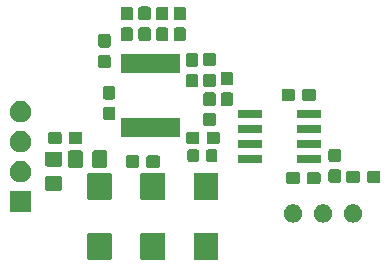
<source format=gbr>
G04 #@! TF.GenerationSoftware,KiCad,Pcbnew,5.1.5+dfsg1-2build2*
G04 #@! TF.CreationDate,2021-10-19T23:33:07+01:00*
G04 #@! TF.ProjectId,radiation_sensor,72616469-6174-4696-9f6e-5f73656e736f,rev?*
G04 #@! TF.SameCoordinates,Original*
G04 #@! TF.FileFunction,Soldermask,Top*
G04 #@! TF.FilePolarity,Negative*
%FSLAX46Y46*%
G04 Gerber Fmt 4.6, Leading zero omitted, Abs format (unit mm)*
G04 Created by KiCad (PCBNEW 5.1.5+dfsg1-2build2) date 2021-10-19 23:33:07*
%MOMM*%
%LPD*%
G04 APERTURE LIST*
%ADD10C,0.100000*%
G04 APERTURE END LIST*
D10*
G36*
X139514852Y-75392840D02*
G01*
X139546443Y-75402423D01*
X139575557Y-75417985D01*
X139601074Y-75438926D01*
X139622015Y-75464443D01*
X139637577Y-75493557D01*
X139647160Y-75525148D01*
X139651000Y-75564140D01*
X139651000Y-77515860D01*
X139647160Y-77554852D01*
X139637577Y-77586443D01*
X139622015Y-77615557D01*
X139601074Y-77641074D01*
X139575557Y-77662015D01*
X139546443Y-77677577D01*
X139514852Y-77687160D01*
X139475860Y-77691000D01*
X137724140Y-77691000D01*
X137685148Y-77687160D01*
X137653557Y-77677577D01*
X137624443Y-77662015D01*
X137598926Y-77641074D01*
X137577985Y-77615557D01*
X137562423Y-77586443D01*
X137552840Y-77554852D01*
X137549000Y-77515860D01*
X137549000Y-75564140D01*
X137552840Y-75525148D01*
X137562423Y-75493557D01*
X137577985Y-75464443D01*
X137598926Y-75438926D01*
X137624443Y-75417985D01*
X137653557Y-75402423D01*
X137685148Y-75392840D01*
X137724140Y-75389000D01*
X139475860Y-75389000D01*
X139514852Y-75392840D01*
G37*
G36*
X135014852Y-75392840D02*
G01*
X135046443Y-75402423D01*
X135075557Y-75417985D01*
X135101074Y-75438926D01*
X135122015Y-75464443D01*
X135137577Y-75493557D01*
X135147160Y-75525148D01*
X135151000Y-75564140D01*
X135151000Y-77515860D01*
X135147160Y-77554852D01*
X135137577Y-77586443D01*
X135122015Y-77615557D01*
X135101074Y-77641074D01*
X135075557Y-77662015D01*
X135046443Y-77677577D01*
X135014852Y-77687160D01*
X134975860Y-77691000D01*
X133224140Y-77691000D01*
X133185148Y-77687160D01*
X133153557Y-77677577D01*
X133124443Y-77662015D01*
X133098926Y-77641074D01*
X133077985Y-77615557D01*
X133062423Y-77586443D01*
X133052840Y-77554852D01*
X133049000Y-77515860D01*
X133049000Y-75564140D01*
X133052840Y-75525148D01*
X133062423Y-75493557D01*
X133077985Y-75464443D01*
X133098926Y-75438926D01*
X133124443Y-75417985D01*
X133153557Y-75402423D01*
X133185148Y-75392840D01*
X133224140Y-75389000D01*
X134975860Y-75389000D01*
X135014852Y-75392840D01*
G37*
G36*
X130514852Y-75392840D02*
G01*
X130546443Y-75402423D01*
X130575557Y-75417985D01*
X130601074Y-75438926D01*
X130622015Y-75464443D01*
X130637577Y-75493557D01*
X130647160Y-75525148D01*
X130651000Y-75564140D01*
X130651000Y-77515860D01*
X130647160Y-77554852D01*
X130637577Y-77586443D01*
X130622015Y-77615557D01*
X130601074Y-77641074D01*
X130575557Y-77662015D01*
X130546443Y-77677577D01*
X130514852Y-77687160D01*
X130475860Y-77691000D01*
X128724140Y-77691000D01*
X128685148Y-77687160D01*
X128653557Y-77677577D01*
X128624443Y-77662015D01*
X128598926Y-77641074D01*
X128577985Y-77615557D01*
X128562423Y-77586443D01*
X128552840Y-77554852D01*
X128549000Y-77515860D01*
X128549000Y-75564140D01*
X128552840Y-75525148D01*
X128562423Y-75493557D01*
X128577985Y-75464443D01*
X128598926Y-75438926D01*
X128624443Y-75417985D01*
X128653557Y-75402423D01*
X128685148Y-75392840D01*
X128724140Y-75389000D01*
X130475860Y-75389000D01*
X130514852Y-75392840D01*
G37*
G36*
X148635589Y-72988876D02*
G01*
X148734893Y-73008629D01*
X148875206Y-73066748D01*
X149001484Y-73151125D01*
X149108875Y-73258516D01*
X149193252Y-73384794D01*
X149251371Y-73525107D01*
X149281000Y-73674063D01*
X149281000Y-73825937D01*
X149251371Y-73974893D01*
X149193252Y-74115206D01*
X149108875Y-74241484D01*
X149001484Y-74348875D01*
X148875206Y-74433252D01*
X148734893Y-74491371D01*
X148635589Y-74511124D01*
X148585938Y-74521000D01*
X148434062Y-74521000D01*
X148384411Y-74511124D01*
X148285107Y-74491371D01*
X148144794Y-74433252D01*
X148018516Y-74348875D01*
X147911125Y-74241484D01*
X147826748Y-74115206D01*
X147768629Y-73974893D01*
X147739000Y-73825937D01*
X147739000Y-73674063D01*
X147768629Y-73525107D01*
X147826748Y-73384794D01*
X147911125Y-73258516D01*
X148018516Y-73151125D01*
X148144794Y-73066748D01*
X148285107Y-73008629D01*
X148384411Y-72988876D01*
X148434062Y-72979000D01*
X148585938Y-72979000D01*
X148635589Y-72988876D01*
G37*
G36*
X146095589Y-72988876D02*
G01*
X146194893Y-73008629D01*
X146335206Y-73066748D01*
X146461484Y-73151125D01*
X146568875Y-73258516D01*
X146653252Y-73384794D01*
X146711371Y-73525107D01*
X146741000Y-73674063D01*
X146741000Y-73825937D01*
X146711371Y-73974893D01*
X146653252Y-74115206D01*
X146568875Y-74241484D01*
X146461484Y-74348875D01*
X146335206Y-74433252D01*
X146194893Y-74491371D01*
X146095589Y-74511124D01*
X146045938Y-74521000D01*
X145894062Y-74521000D01*
X145844411Y-74511124D01*
X145745107Y-74491371D01*
X145604794Y-74433252D01*
X145478516Y-74348875D01*
X145371125Y-74241484D01*
X145286748Y-74115206D01*
X145228629Y-73974893D01*
X145199000Y-73825937D01*
X145199000Y-73674063D01*
X145228629Y-73525107D01*
X145286748Y-73384794D01*
X145371125Y-73258516D01*
X145478516Y-73151125D01*
X145604794Y-73066748D01*
X145745107Y-73008629D01*
X145844411Y-72988876D01*
X145894062Y-72979000D01*
X146045938Y-72979000D01*
X146095589Y-72988876D01*
G37*
G36*
X151175589Y-72988876D02*
G01*
X151274893Y-73008629D01*
X151415206Y-73066748D01*
X151541484Y-73151125D01*
X151648875Y-73258516D01*
X151733252Y-73384794D01*
X151791371Y-73525107D01*
X151821000Y-73674063D01*
X151821000Y-73825937D01*
X151791371Y-73974893D01*
X151733252Y-74115206D01*
X151648875Y-74241484D01*
X151541484Y-74348875D01*
X151415206Y-74433252D01*
X151274893Y-74491371D01*
X151175589Y-74511124D01*
X151125938Y-74521000D01*
X150974062Y-74521000D01*
X150924411Y-74511124D01*
X150825107Y-74491371D01*
X150684794Y-74433252D01*
X150558516Y-74348875D01*
X150451125Y-74241484D01*
X150366748Y-74115206D01*
X150308629Y-73974893D01*
X150279000Y-73825937D01*
X150279000Y-73674063D01*
X150308629Y-73525107D01*
X150366748Y-73384794D01*
X150451125Y-73258516D01*
X150558516Y-73151125D01*
X150684794Y-73066748D01*
X150825107Y-73008629D01*
X150924411Y-72988876D01*
X150974062Y-72979000D01*
X151125938Y-72979000D01*
X151175589Y-72988876D01*
G37*
G36*
X123801000Y-73651000D02*
G01*
X121999000Y-73651000D01*
X121999000Y-71849000D01*
X123801000Y-71849000D01*
X123801000Y-73651000D01*
G37*
G36*
X130514852Y-70312840D02*
G01*
X130546443Y-70322423D01*
X130575557Y-70337985D01*
X130601074Y-70358926D01*
X130622015Y-70384443D01*
X130637577Y-70413557D01*
X130647160Y-70445148D01*
X130651000Y-70484140D01*
X130651000Y-72435860D01*
X130647160Y-72474852D01*
X130637577Y-72506443D01*
X130622015Y-72535557D01*
X130601074Y-72561074D01*
X130575557Y-72582015D01*
X130546443Y-72597577D01*
X130514852Y-72607160D01*
X130475860Y-72611000D01*
X128724140Y-72611000D01*
X128685148Y-72607160D01*
X128653557Y-72597577D01*
X128624443Y-72582015D01*
X128598926Y-72561074D01*
X128577985Y-72535557D01*
X128562423Y-72506443D01*
X128552840Y-72474852D01*
X128549000Y-72435860D01*
X128549000Y-70484140D01*
X128552840Y-70445148D01*
X128562423Y-70413557D01*
X128577985Y-70384443D01*
X128598926Y-70358926D01*
X128624443Y-70337985D01*
X128653557Y-70322423D01*
X128685148Y-70312840D01*
X128724140Y-70309000D01*
X130475860Y-70309000D01*
X130514852Y-70312840D01*
G37*
G36*
X135014852Y-70312840D02*
G01*
X135046443Y-70322423D01*
X135075557Y-70337985D01*
X135101074Y-70358926D01*
X135122015Y-70384443D01*
X135137577Y-70413557D01*
X135147160Y-70445148D01*
X135151000Y-70484140D01*
X135151000Y-72435860D01*
X135147160Y-72474852D01*
X135137577Y-72506443D01*
X135122015Y-72535557D01*
X135101074Y-72561074D01*
X135075557Y-72582015D01*
X135046443Y-72597577D01*
X135014852Y-72607160D01*
X134975860Y-72611000D01*
X133224140Y-72611000D01*
X133185148Y-72607160D01*
X133153557Y-72597577D01*
X133124443Y-72582015D01*
X133098926Y-72561074D01*
X133077985Y-72535557D01*
X133062423Y-72506443D01*
X133052840Y-72474852D01*
X133049000Y-72435860D01*
X133049000Y-70484140D01*
X133052840Y-70445148D01*
X133062423Y-70413557D01*
X133077985Y-70384443D01*
X133098926Y-70358926D01*
X133124443Y-70337985D01*
X133153557Y-70322423D01*
X133185148Y-70312840D01*
X133224140Y-70309000D01*
X134975860Y-70309000D01*
X135014852Y-70312840D01*
G37*
G36*
X139514852Y-70312840D02*
G01*
X139546443Y-70322423D01*
X139575557Y-70337985D01*
X139601074Y-70358926D01*
X139622015Y-70384443D01*
X139637577Y-70413557D01*
X139647160Y-70445148D01*
X139651000Y-70484140D01*
X139651000Y-72435860D01*
X139647160Y-72474852D01*
X139637577Y-72506443D01*
X139622015Y-72535557D01*
X139601074Y-72561074D01*
X139575557Y-72582015D01*
X139546443Y-72597577D01*
X139514852Y-72607160D01*
X139475860Y-72611000D01*
X137724140Y-72611000D01*
X137685148Y-72607160D01*
X137653557Y-72597577D01*
X137624443Y-72582015D01*
X137598926Y-72561074D01*
X137577985Y-72535557D01*
X137562423Y-72506443D01*
X137552840Y-72474852D01*
X137549000Y-72435860D01*
X137549000Y-70484140D01*
X137552840Y-70445148D01*
X137562423Y-70413557D01*
X137577985Y-70384443D01*
X137598926Y-70358926D01*
X137624443Y-70337985D01*
X137653557Y-70322423D01*
X137685148Y-70312840D01*
X137724140Y-70309000D01*
X139475860Y-70309000D01*
X139514852Y-70312840D01*
G37*
G36*
X126288674Y-70578465D02*
G01*
X126326367Y-70589899D01*
X126361103Y-70608466D01*
X126391548Y-70633452D01*
X126416534Y-70663897D01*
X126435101Y-70698633D01*
X126446535Y-70736326D01*
X126451000Y-70781661D01*
X126451000Y-71618339D01*
X126446535Y-71663674D01*
X126435101Y-71701367D01*
X126416534Y-71736103D01*
X126391548Y-71766548D01*
X126361103Y-71791534D01*
X126326367Y-71810101D01*
X126288674Y-71821535D01*
X126243339Y-71826000D01*
X125156661Y-71826000D01*
X125111326Y-71821535D01*
X125073633Y-71810101D01*
X125038897Y-71791534D01*
X125008452Y-71766548D01*
X124983466Y-71736103D01*
X124964899Y-71701367D01*
X124953465Y-71663674D01*
X124949000Y-71618339D01*
X124949000Y-70781661D01*
X124953465Y-70736326D01*
X124964899Y-70698633D01*
X124983466Y-70663897D01*
X125008452Y-70633452D01*
X125038897Y-70608466D01*
X125073633Y-70589899D01*
X125111326Y-70578465D01*
X125156661Y-70574000D01*
X126243339Y-70574000D01*
X126288674Y-70578465D01*
G37*
G36*
X146389499Y-70228445D02*
G01*
X146426995Y-70239820D01*
X146461554Y-70258292D01*
X146491847Y-70283153D01*
X146516708Y-70313446D01*
X146535180Y-70348005D01*
X146546555Y-70385501D01*
X146551000Y-70430638D01*
X146551000Y-71069362D01*
X146546555Y-71114499D01*
X146535180Y-71151995D01*
X146516708Y-71186554D01*
X146491847Y-71216847D01*
X146461554Y-71241708D01*
X146426995Y-71260180D01*
X146389499Y-71271555D01*
X146344362Y-71276000D01*
X145605638Y-71276000D01*
X145560501Y-71271555D01*
X145523005Y-71260180D01*
X145488446Y-71241708D01*
X145458153Y-71216847D01*
X145433292Y-71186554D01*
X145414820Y-71151995D01*
X145403445Y-71114499D01*
X145399000Y-71069362D01*
X145399000Y-70430638D01*
X145403445Y-70385501D01*
X145414820Y-70348005D01*
X145433292Y-70313446D01*
X145458153Y-70283153D01*
X145488446Y-70258292D01*
X145523005Y-70239820D01*
X145560501Y-70228445D01*
X145605638Y-70224000D01*
X146344362Y-70224000D01*
X146389499Y-70228445D01*
G37*
G36*
X148139499Y-70228445D02*
G01*
X148176995Y-70239820D01*
X148211554Y-70258292D01*
X148241847Y-70283153D01*
X148266708Y-70313446D01*
X148285180Y-70348005D01*
X148296555Y-70385501D01*
X148301000Y-70430638D01*
X148301000Y-71069362D01*
X148296555Y-71114499D01*
X148285180Y-71151995D01*
X148266708Y-71186554D01*
X148241847Y-71216847D01*
X148211554Y-71241708D01*
X148176995Y-71260180D01*
X148139499Y-71271555D01*
X148094362Y-71276000D01*
X147355638Y-71276000D01*
X147310501Y-71271555D01*
X147273005Y-71260180D01*
X147238446Y-71241708D01*
X147208153Y-71216847D01*
X147183292Y-71186554D01*
X147164820Y-71151995D01*
X147153445Y-71114499D01*
X147149000Y-71069362D01*
X147149000Y-70430638D01*
X147153445Y-70385501D01*
X147164820Y-70348005D01*
X147183292Y-70313446D01*
X147208153Y-70283153D01*
X147238446Y-70258292D01*
X147273005Y-70239820D01*
X147310501Y-70228445D01*
X147355638Y-70224000D01*
X148094362Y-70224000D01*
X148139499Y-70228445D01*
G37*
G36*
X153214499Y-70128445D02*
G01*
X153251995Y-70139820D01*
X153286554Y-70158292D01*
X153316847Y-70183153D01*
X153341708Y-70213446D01*
X153360180Y-70248005D01*
X153371555Y-70285501D01*
X153376000Y-70330638D01*
X153376000Y-70969362D01*
X153371555Y-71014499D01*
X153360180Y-71051995D01*
X153341708Y-71086554D01*
X153316847Y-71116847D01*
X153286554Y-71141708D01*
X153251995Y-71160180D01*
X153214499Y-71171555D01*
X153169362Y-71176000D01*
X152430638Y-71176000D01*
X152385501Y-71171555D01*
X152348005Y-71160180D01*
X152313446Y-71141708D01*
X152283153Y-71116847D01*
X152258292Y-71086554D01*
X152239820Y-71051995D01*
X152228445Y-71014499D01*
X152224000Y-70969362D01*
X152224000Y-70330638D01*
X152228445Y-70285501D01*
X152239820Y-70248005D01*
X152258292Y-70213446D01*
X152283153Y-70183153D01*
X152313446Y-70158292D01*
X152348005Y-70139820D01*
X152385501Y-70128445D01*
X152430638Y-70124000D01*
X153169362Y-70124000D01*
X153214499Y-70128445D01*
G37*
G36*
X151464499Y-70128445D02*
G01*
X151501995Y-70139820D01*
X151536554Y-70158292D01*
X151566847Y-70183153D01*
X151591708Y-70213446D01*
X151610180Y-70248005D01*
X151621555Y-70285501D01*
X151626000Y-70330638D01*
X151626000Y-70969362D01*
X151621555Y-71014499D01*
X151610180Y-71051995D01*
X151591708Y-71086554D01*
X151566847Y-71116847D01*
X151536554Y-71141708D01*
X151501995Y-71160180D01*
X151464499Y-71171555D01*
X151419362Y-71176000D01*
X150680638Y-71176000D01*
X150635501Y-71171555D01*
X150598005Y-71160180D01*
X150563446Y-71141708D01*
X150533153Y-71116847D01*
X150508292Y-71086554D01*
X150489820Y-71051995D01*
X150478445Y-71014499D01*
X150474000Y-70969362D01*
X150474000Y-70330638D01*
X150478445Y-70285501D01*
X150489820Y-70248005D01*
X150508292Y-70213446D01*
X150533153Y-70183153D01*
X150563446Y-70158292D01*
X150598005Y-70139820D01*
X150635501Y-70128445D01*
X150680638Y-70124000D01*
X151419362Y-70124000D01*
X151464499Y-70128445D01*
G37*
G36*
X149864499Y-70003445D02*
G01*
X149901995Y-70014820D01*
X149936554Y-70033292D01*
X149966847Y-70058153D01*
X149991708Y-70088446D01*
X150010180Y-70123005D01*
X150021555Y-70160501D01*
X150026000Y-70205638D01*
X150026000Y-70944362D01*
X150021555Y-70989499D01*
X150010180Y-71026995D01*
X149991708Y-71061554D01*
X149966847Y-71091847D01*
X149936554Y-71116708D01*
X149901995Y-71135180D01*
X149864499Y-71146555D01*
X149819362Y-71151000D01*
X149180638Y-71151000D01*
X149135501Y-71146555D01*
X149098005Y-71135180D01*
X149063446Y-71116708D01*
X149033153Y-71091847D01*
X149008292Y-71061554D01*
X148989820Y-71026995D01*
X148978445Y-70989499D01*
X148974000Y-70944362D01*
X148974000Y-70205638D01*
X148978445Y-70160501D01*
X148989820Y-70123005D01*
X149008292Y-70088446D01*
X149033153Y-70058153D01*
X149063446Y-70033292D01*
X149098005Y-70014820D01*
X149135501Y-70003445D01*
X149180638Y-69999000D01*
X149819362Y-69999000D01*
X149864499Y-70003445D01*
G37*
G36*
X123013512Y-69313927D02*
G01*
X123162812Y-69343624D01*
X123326784Y-69411544D01*
X123474354Y-69510147D01*
X123599853Y-69635646D01*
X123698456Y-69783216D01*
X123766376Y-69947188D01*
X123792004Y-70076031D01*
X123801000Y-70121258D01*
X123801000Y-70298742D01*
X123798196Y-70312840D01*
X123766376Y-70472812D01*
X123698456Y-70636784D01*
X123599853Y-70784354D01*
X123474354Y-70909853D01*
X123326784Y-71008456D01*
X123162812Y-71076376D01*
X123013512Y-71106073D01*
X122988742Y-71111000D01*
X122811258Y-71111000D01*
X122786488Y-71106073D01*
X122637188Y-71076376D01*
X122473216Y-71008456D01*
X122325646Y-70909853D01*
X122200147Y-70784354D01*
X122101544Y-70636784D01*
X122033624Y-70472812D01*
X122001804Y-70312840D01*
X121999000Y-70298742D01*
X121999000Y-70121258D01*
X122007996Y-70076031D01*
X122033624Y-69947188D01*
X122101544Y-69783216D01*
X122200147Y-69635646D01*
X122325646Y-69510147D01*
X122473216Y-69411544D01*
X122637188Y-69343624D01*
X122786488Y-69313927D01*
X122811258Y-69309000D01*
X122988742Y-69309000D01*
X123013512Y-69313927D01*
G37*
G36*
X128013674Y-68403465D02*
G01*
X128051367Y-68414899D01*
X128086103Y-68433466D01*
X128116548Y-68458452D01*
X128141534Y-68488897D01*
X128160101Y-68523633D01*
X128171535Y-68561326D01*
X128176000Y-68606661D01*
X128176000Y-69693339D01*
X128171535Y-69738674D01*
X128160101Y-69776367D01*
X128141534Y-69811103D01*
X128116548Y-69841548D01*
X128086103Y-69866534D01*
X128051367Y-69885101D01*
X128013674Y-69896535D01*
X127968339Y-69901000D01*
X127131661Y-69901000D01*
X127086326Y-69896535D01*
X127048633Y-69885101D01*
X127013897Y-69866534D01*
X126983452Y-69841548D01*
X126958466Y-69811103D01*
X126939899Y-69776367D01*
X126928465Y-69738674D01*
X126924000Y-69693339D01*
X126924000Y-68606661D01*
X126928465Y-68561326D01*
X126939899Y-68523633D01*
X126958466Y-68488897D01*
X126983452Y-68458452D01*
X127013897Y-68433466D01*
X127048633Y-68414899D01*
X127086326Y-68403465D01*
X127131661Y-68399000D01*
X127968339Y-68399000D01*
X128013674Y-68403465D01*
G37*
G36*
X130063674Y-68403465D02*
G01*
X130101367Y-68414899D01*
X130136103Y-68433466D01*
X130166548Y-68458452D01*
X130191534Y-68488897D01*
X130210101Y-68523633D01*
X130221535Y-68561326D01*
X130226000Y-68606661D01*
X130226000Y-69693339D01*
X130221535Y-69738674D01*
X130210101Y-69776367D01*
X130191534Y-69811103D01*
X130166548Y-69841548D01*
X130136103Y-69866534D01*
X130101367Y-69885101D01*
X130063674Y-69896535D01*
X130018339Y-69901000D01*
X129181661Y-69901000D01*
X129136326Y-69896535D01*
X129098633Y-69885101D01*
X129063897Y-69866534D01*
X129033452Y-69841548D01*
X129008466Y-69811103D01*
X128989899Y-69776367D01*
X128978465Y-69738674D01*
X128974000Y-69693339D01*
X128974000Y-68606661D01*
X128978465Y-68561326D01*
X128989899Y-68523633D01*
X129008466Y-68488897D01*
X129033452Y-68458452D01*
X129063897Y-68433466D01*
X129098633Y-68414899D01*
X129136326Y-68403465D01*
X129181661Y-68399000D01*
X130018339Y-68399000D01*
X130063674Y-68403465D01*
G37*
G36*
X132789499Y-68828445D02*
G01*
X132826995Y-68839820D01*
X132861554Y-68858292D01*
X132891847Y-68883153D01*
X132916708Y-68913446D01*
X132935180Y-68948005D01*
X132946555Y-68985501D01*
X132951000Y-69030638D01*
X132951000Y-69669362D01*
X132946555Y-69714499D01*
X132935180Y-69751995D01*
X132916708Y-69786554D01*
X132891847Y-69816847D01*
X132861554Y-69841708D01*
X132826995Y-69860180D01*
X132789499Y-69871555D01*
X132744362Y-69876000D01*
X132005638Y-69876000D01*
X131960501Y-69871555D01*
X131923005Y-69860180D01*
X131888446Y-69841708D01*
X131858153Y-69816847D01*
X131833292Y-69786554D01*
X131814820Y-69751995D01*
X131803445Y-69714499D01*
X131799000Y-69669362D01*
X131799000Y-69030638D01*
X131803445Y-68985501D01*
X131814820Y-68948005D01*
X131833292Y-68913446D01*
X131858153Y-68883153D01*
X131888446Y-68858292D01*
X131923005Y-68839820D01*
X131960501Y-68828445D01*
X132005638Y-68824000D01*
X132744362Y-68824000D01*
X132789499Y-68828445D01*
G37*
G36*
X134539499Y-68828445D02*
G01*
X134576995Y-68839820D01*
X134611554Y-68858292D01*
X134641847Y-68883153D01*
X134666708Y-68913446D01*
X134685180Y-68948005D01*
X134696555Y-68985501D01*
X134701000Y-69030638D01*
X134701000Y-69669362D01*
X134696555Y-69714499D01*
X134685180Y-69751995D01*
X134666708Y-69786554D01*
X134641847Y-69816847D01*
X134611554Y-69841708D01*
X134576995Y-69860180D01*
X134539499Y-69871555D01*
X134494362Y-69876000D01*
X133755638Y-69876000D01*
X133710501Y-69871555D01*
X133673005Y-69860180D01*
X133638446Y-69841708D01*
X133608153Y-69816847D01*
X133583292Y-69786554D01*
X133564820Y-69751995D01*
X133553445Y-69714499D01*
X133549000Y-69669362D01*
X133549000Y-69030638D01*
X133553445Y-68985501D01*
X133564820Y-68948005D01*
X133583292Y-68913446D01*
X133608153Y-68883153D01*
X133638446Y-68858292D01*
X133673005Y-68839820D01*
X133710501Y-68828445D01*
X133755638Y-68824000D01*
X134494362Y-68824000D01*
X134539499Y-68828445D01*
G37*
G36*
X126288674Y-68528465D02*
G01*
X126326367Y-68539899D01*
X126361103Y-68558466D01*
X126391548Y-68583452D01*
X126416534Y-68613897D01*
X126435101Y-68648633D01*
X126446535Y-68686326D01*
X126451000Y-68731661D01*
X126451000Y-69568339D01*
X126446535Y-69613674D01*
X126435101Y-69651367D01*
X126416534Y-69686103D01*
X126391548Y-69716548D01*
X126361103Y-69741534D01*
X126326367Y-69760101D01*
X126288674Y-69771535D01*
X126243339Y-69776000D01*
X125156661Y-69776000D01*
X125111326Y-69771535D01*
X125073633Y-69760101D01*
X125038897Y-69741534D01*
X125008452Y-69716548D01*
X124983466Y-69686103D01*
X124964899Y-69651367D01*
X124953465Y-69613674D01*
X124949000Y-69568339D01*
X124949000Y-68731661D01*
X124953465Y-68686326D01*
X124964899Y-68648633D01*
X124983466Y-68613897D01*
X125008452Y-68583452D01*
X125038897Y-68558466D01*
X125073633Y-68539899D01*
X125111326Y-68528465D01*
X125156661Y-68524000D01*
X126243339Y-68524000D01*
X126288674Y-68528465D01*
G37*
G36*
X143284928Y-68791764D02*
G01*
X143306009Y-68798160D01*
X143325445Y-68808548D01*
X143342476Y-68822524D01*
X143356452Y-68839555D01*
X143366840Y-68858991D01*
X143373236Y-68880072D01*
X143376000Y-68908140D01*
X143376000Y-69371860D01*
X143373236Y-69399928D01*
X143366840Y-69421009D01*
X143356452Y-69440445D01*
X143342476Y-69457476D01*
X143325445Y-69471452D01*
X143306009Y-69481840D01*
X143284928Y-69488236D01*
X143256860Y-69491000D01*
X141443140Y-69491000D01*
X141415072Y-69488236D01*
X141393991Y-69481840D01*
X141374555Y-69471452D01*
X141357524Y-69457476D01*
X141343548Y-69440445D01*
X141333160Y-69421009D01*
X141326764Y-69399928D01*
X141324000Y-69371860D01*
X141324000Y-68908140D01*
X141326764Y-68880072D01*
X141333160Y-68858991D01*
X141343548Y-68839555D01*
X141357524Y-68822524D01*
X141374555Y-68808548D01*
X141393991Y-68798160D01*
X141415072Y-68791764D01*
X141443140Y-68789000D01*
X143256860Y-68789000D01*
X143284928Y-68791764D01*
G37*
G36*
X148234928Y-68791764D02*
G01*
X148256009Y-68798160D01*
X148275445Y-68808548D01*
X148292476Y-68822524D01*
X148306452Y-68839555D01*
X148316840Y-68858991D01*
X148323236Y-68880072D01*
X148326000Y-68908140D01*
X148326000Y-69371860D01*
X148323236Y-69399928D01*
X148316840Y-69421009D01*
X148306452Y-69440445D01*
X148292476Y-69457476D01*
X148275445Y-69471452D01*
X148256009Y-69481840D01*
X148234928Y-69488236D01*
X148206860Y-69491000D01*
X146393140Y-69491000D01*
X146365072Y-69488236D01*
X146343991Y-69481840D01*
X146324555Y-69471452D01*
X146307524Y-69457476D01*
X146293548Y-69440445D01*
X146283160Y-69421009D01*
X146276764Y-69399928D01*
X146274000Y-69371860D01*
X146274000Y-68908140D01*
X146276764Y-68880072D01*
X146283160Y-68858991D01*
X146293548Y-68839555D01*
X146307524Y-68822524D01*
X146324555Y-68808548D01*
X146343991Y-68798160D01*
X146365072Y-68791764D01*
X146393140Y-68789000D01*
X148206860Y-68789000D01*
X148234928Y-68791764D01*
G37*
G36*
X149864499Y-68253445D02*
G01*
X149901995Y-68264820D01*
X149936554Y-68283292D01*
X149966847Y-68308153D01*
X149991708Y-68338446D01*
X150010180Y-68373005D01*
X150021555Y-68410501D01*
X150026000Y-68455638D01*
X150026000Y-69194362D01*
X150021555Y-69239499D01*
X150010180Y-69276995D01*
X149991708Y-69311554D01*
X149966847Y-69341847D01*
X149936554Y-69366708D01*
X149901995Y-69385180D01*
X149864499Y-69396555D01*
X149819362Y-69401000D01*
X149180638Y-69401000D01*
X149135501Y-69396555D01*
X149098005Y-69385180D01*
X149063446Y-69366708D01*
X149033153Y-69341847D01*
X149008292Y-69311554D01*
X148989820Y-69276995D01*
X148978445Y-69239499D01*
X148974000Y-69194362D01*
X148974000Y-68455638D01*
X148978445Y-68410501D01*
X148989820Y-68373005D01*
X149008292Y-68338446D01*
X149033153Y-68308153D01*
X149063446Y-68283292D01*
X149098005Y-68264820D01*
X149135501Y-68253445D01*
X149180638Y-68249000D01*
X149819362Y-68249000D01*
X149864499Y-68253445D01*
G37*
G36*
X139429591Y-68328085D02*
G01*
X139463569Y-68338393D01*
X139494890Y-68355134D01*
X139522339Y-68377661D01*
X139544866Y-68405110D01*
X139561607Y-68436431D01*
X139571915Y-68470409D01*
X139576000Y-68511890D01*
X139576000Y-69188110D01*
X139571915Y-69229591D01*
X139561607Y-69263569D01*
X139544866Y-69294890D01*
X139522339Y-69322339D01*
X139494890Y-69344866D01*
X139463569Y-69361607D01*
X139429591Y-69371915D01*
X139388110Y-69376000D01*
X138786890Y-69376000D01*
X138745409Y-69371915D01*
X138711431Y-69361607D01*
X138680110Y-69344866D01*
X138652661Y-69322339D01*
X138630134Y-69294890D01*
X138613393Y-69263569D01*
X138603085Y-69229591D01*
X138599000Y-69188110D01*
X138599000Y-68511890D01*
X138603085Y-68470409D01*
X138613393Y-68436431D01*
X138630134Y-68405110D01*
X138652661Y-68377661D01*
X138680110Y-68355134D01*
X138711431Y-68338393D01*
X138745409Y-68328085D01*
X138786890Y-68324000D01*
X139388110Y-68324000D01*
X139429591Y-68328085D01*
G37*
G36*
X137854591Y-68328085D02*
G01*
X137888569Y-68338393D01*
X137919890Y-68355134D01*
X137947339Y-68377661D01*
X137969866Y-68405110D01*
X137986607Y-68436431D01*
X137996915Y-68470409D01*
X138001000Y-68511890D01*
X138001000Y-69188110D01*
X137996915Y-69229591D01*
X137986607Y-69263569D01*
X137969866Y-69294890D01*
X137947339Y-69322339D01*
X137919890Y-69344866D01*
X137888569Y-69361607D01*
X137854591Y-69371915D01*
X137813110Y-69376000D01*
X137211890Y-69376000D01*
X137170409Y-69371915D01*
X137136431Y-69361607D01*
X137105110Y-69344866D01*
X137077661Y-69322339D01*
X137055134Y-69294890D01*
X137038393Y-69263569D01*
X137028085Y-69229591D01*
X137024000Y-69188110D01*
X137024000Y-68511890D01*
X137028085Y-68470409D01*
X137038393Y-68436431D01*
X137055134Y-68405110D01*
X137077661Y-68377661D01*
X137105110Y-68355134D01*
X137136431Y-68338393D01*
X137170409Y-68328085D01*
X137211890Y-68324000D01*
X137813110Y-68324000D01*
X137854591Y-68328085D01*
G37*
G36*
X123013512Y-66773927D02*
G01*
X123162812Y-66803624D01*
X123326784Y-66871544D01*
X123474354Y-66970147D01*
X123599853Y-67095646D01*
X123698456Y-67243216D01*
X123766376Y-67407188D01*
X123801000Y-67581259D01*
X123801000Y-67758741D01*
X123766376Y-67932812D01*
X123698456Y-68096784D01*
X123599853Y-68244354D01*
X123474354Y-68369853D01*
X123326784Y-68468456D01*
X123162812Y-68536376D01*
X123013512Y-68566073D01*
X122988742Y-68571000D01*
X122811258Y-68571000D01*
X122786488Y-68566073D01*
X122637188Y-68536376D01*
X122473216Y-68468456D01*
X122325646Y-68369853D01*
X122200147Y-68244354D01*
X122101544Y-68096784D01*
X122033624Y-67932812D01*
X121999000Y-67758741D01*
X121999000Y-67581259D01*
X122033624Y-67407188D01*
X122101544Y-67243216D01*
X122200147Y-67095646D01*
X122325646Y-66970147D01*
X122473216Y-66871544D01*
X122637188Y-66803624D01*
X122786488Y-66773927D01*
X122811258Y-66769000D01*
X122988742Y-66769000D01*
X123013512Y-66773927D01*
G37*
G36*
X143284928Y-67521764D02*
G01*
X143306009Y-67528160D01*
X143325445Y-67538548D01*
X143342476Y-67552524D01*
X143356452Y-67569555D01*
X143366840Y-67588991D01*
X143373236Y-67610072D01*
X143376000Y-67638140D01*
X143376000Y-68101860D01*
X143373236Y-68129928D01*
X143366840Y-68151009D01*
X143356452Y-68170445D01*
X143342476Y-68187476D01*
X143325445Y-68201452D01*
X143306009Y-68211840D01*
X143284928Y-68218236D01*
X143256860Y-68221000D01*
X141443140Y-68221000D01*
X141415072Y-68218236D01*
X141393991Y-68211840D01*
X141374555Y-68201452D01*
X141357524Y-68187476D01*
X141343548Y-68170445D01*
X141333160Y-68151009D01*
X141326764Y-68129928D01*
X141324000Y-68101860D01*
X141324000Y-67638140D01*
X141326764Y-67610072D01*
X141333160Y-67588991D01*
X141343548Y-67569555D01*
X141357524Y-67552524D01*
X141374555Y-67538548D01*
X141393991Y-67528160D01*
X141415072Y-67521764D01*
X141443140Y-67519000D01*
X143256860Y-67519000D01*
X143284928Y-67521764D01*
G37*
G36*
X148234928Y-67521764D02*
G01*
X148256009Y-67528160D01*
X148275445Y-67538548D01*
X148292476Y-67552524D01*
X148306452Y-67569555D01*
X148316840Y-67588991D01*
X148323236Y-67610072D01*
X148326000Y-67638140D01*
X148326000Y-68101860D01*
X148323236Y-68129928D01*
X148316840Y-68151009D01*
X148306452Y-68170445D01*
X148292476Y-68187476D01*
X148275445Y-68201452D01*
X148256009Y-68211840D01*
X148234928Y-68218236D01*
X148206860Y-68221000D01*
X146393140Y-68221000D01*
X146365072Y-68218236D01*
X146343991Y-68211840D01*
X146324555Y-68201452D01*
X146307524Y-68187476D01*
X146293548Y-68170445D01*
X146283160Y-68151009D01*
X146276764Y-68129928D01*
X146274000Y-68101860D01*
X146274000Y-67638140D01*
X146276764Y-67610072D01*
X146283160Y-67588991D01*
X146293548Y-67569555D01*
X146307524Y-67552524D01*
X146324555Y-67538548D01*
X146343991Y-67528160D01*
X146365072Y-67521764D01*
X146393140Y-67519000D01*
X148206860Y-67519000D01*
X148234928Y-67521764D01*
G37*
G36*
X127964499Y-66828445D02*
G01*
X128001995Y-66839820D01*
X128036554Y-66858292D01*
X128066847Y-66883153D01*
X128091708Y-66913446D01*
X128110180Y-66948005D01*
X128121555Y-66985501D01*
X128126000Y-67030638D01*
X128126000Y-67669362D01*
X128121555Y-67714499D01*
X128110180Y-67751995D01*
X128091708Y-67786554D01*
X128066847Y-67816847D01*
X128036554Y-67841708D01*
X128001995Y-67860180D01*
X127964499Y-67871555D01*
X127919362Y-67876000D01*
X127180638Y-67876000D01*
X127135501Y-67871555D01*
X127098005Y-67860180D01*
X127063446Y-67841708D01*
X127033153Y-67816847D01*
X127008292Y-67786554D01*
X126989820Y-67751995D01*
X126978445Y-67714499D01*
X126974000Y-67669362D01*
X126974000Y-67030638D01*
X126978445Y-66985501D01*
X126989820Y-66948005D01*
X127008292Y-66913446D01*
X127033153Y-66883153D01*
X127063446Y-66858292D01*
X127098005Y-66839820D01*
X127135501Y-66828445D01*
X127180638Y-66824000D01*
X127919362Y-66824000D01*
X127964499Y-66828445D01*
G37*
G36*
X137889499Y-66828445D02*
G01*
X137926995Y-66839820D01*
X137961554Y-66858292D01*
X137991847Y-66883153D01*
X138016708Y-66913446D01*
X138035180Y-66948005D01*
X138046555Y-66985501D01*
X138051000Y-67030638D01*
X138051000Y-67669362D01*
X138046555Y-67714499D01*
X138035180Y-67751995D01*
X138016708Y-67786554D01*
X137991847Y-67816847D01*
X137961554Y-67841708D01*
X137926995Y-67860180D01*
X137889499Y-67871555D01*
X137844362Y-67876000D01*
X137105638Y-67876000D01*
X137060501Y-67871555D01*
X137023005Y-67860180D01*
X136988446Y-67841708D01*
X136958153Y-67816847D01*
X136933292Y-67786554D01*
X136914820Y-67751995D01*
X136903445Y-67714499D01*
X136899000Y-67669362D01*
X136899000Y-67030638D01*
X136903445Y-66985501D01*
X136914820Y-66948005D01*
X136933292Y-66913446D01*
X136958153Y-66883153D01*
X136988446Y-66858292D01*
X137023005Y-66839820D01*
X137060501Y-66828445D01*
X137105638Y-66824000D01*
X137844362Y-66824000D01*
X137889499Y-66828445D01*
G37*
G36*
X139639499Y-66828445D02*
G01*
X139676995Y-66839820D01*
X139711554Y-66858292D01*
X139741847Y-66883153D01*
X139766708Y-66913446D01*
X139785180Y-66948005D01*
X139796555Y-66985501D01*
X139801000Y-67030638D01*
X139801000Y-67669362D01*
X139796555Y-67714499D01*
X139785180Y-67751995D01*
X139766708Y-67786554D01*
X139741847Y-67816847D01*
X139711554Y-67841708D01*
X139676995Y-67860180D01*
X139639499Y-67871555D01*
X139594362Y-67876000D01*
X138855638Y-67876000D01*
X138810501Y-67871555D01*
X138773005Y-67860180D01*
X138738446Y-67841708D01*
X138708153Y-67816847D01*
X138683292Y-67786554D01*
X138664820Y-67751995D01*
X138653445Y-67714499D01*
X138649000Y-67669362D01*
X138649000Y-67030638D01*
X138653445Y-66985501D01*
X138664820Y-66948005D01*
X138683292Y-66913446D01*
X138708153Y-66883153D01*
X138738446Y-66858292D01*
X138773005Y-66839820D01*
X138810501Y-66828445D01*
X138855638Y-66824000D01*
X139594362Y-66824000D01*
X139639499Y-66828445D01*
G37*
G36*
X126214499Y-66828445D02*
G01*
X126251995Y-66839820D01*
X126286554Y-66858292D01*
X126316847Y-66883153D01*
X126341708Y-66913446D01*
X126360180Y-66948005D01*
X126371555Y-66985501D01*
X126376000Y-67030638D01*
X126376000Y-67669362D01*
X126371555Y-67714499D01*
X126360180Y-67751995D01*
X126341708Y-67786554D01*
X126316847Y-67816847D01*
X126286554Y-67841708D01*
X126251995Y-67860180D01*
X126214499Y-67871555D01*
X126169362Y-67876000D01*
X125430638Y-67876000D01*
X125385501Y-67871555D01*
X125348005Y-67860180D01*
X125313446Y-67841708D01*
X125283153Y-67816847D01*
X125258292Y-67786554D01*
X125239820Y-67751995D01*
X125228445Y-67714499D01*
X125224000Y-67669362D01*
X125224000Y-67030638D01*
X125228445Y-66985501D01*
X125239820Y-66948005D01*
X125258292Y-66913446D01*
X125283153Y-66883153D01*
X125313446Y-66858292D01*
X125348005Y-66839820D01*
X125385501Y-66828445D01*
X125430638Y-66824000D01*
X126169362Y-66824000D01*
X126214499Y-66828445D01*
G37*
G36*
X136392500Y-67264000D02*
G01*
X131411500Y-67264000D01*
X131411500Y-65636000D01*
X136392500Y-65636000D01*
X136392500Y-67264000D01*
G37*
G36*
X143284928Y-66251764D02*
G01*
X143306009Y-66258160D01*
X143325445Y-66268548D01*
X143342476Y-66282524D01*
X143356452Y-66299555D01*
X143366840Y-66318991D01*
X143373236Y-66340072D01*
X143376000Y-66368140D01*
X143376000Y-66831860D01*
X143373236Y-66859928D01*
X143366840Y-66881009D01*
X143356452Y-66900445D01*
X143342476Y-66917476D01*
X143325445Y-66931452D01*
X143306009Y-66941840D01*
X143284928Y-66948236D01*
X143256860Y-66951000D01*
X141443140Y-66951000D01*
X141415072Y-66948236D01*
X141393991Y-66941840D01*
X141374555Y-66931452D01*
X141357524Y-66917476D01*
X141343548Y-66900445D01*
X141333160Y-66881009D01*
X141326764Y-66859928D01*
X141324000Y-66831860D01*
X141324000Y-66368140D01*
X141326764Y-66340072D01*
X141333160Y-66318991D01*
X141343548Y-66299555D01*
X141357524Y-66282524D01*
X141374555Y-66268548D01*
X141393991Y-66258160D01*
X141415072Y-66251764D01*
X141443140Y-66249000D01*
X143256860Y-66249000D01*
X143284928Y-66251764D01*
G37*
G36*
X148234928Y-66251764D02*
G01*
X148256009Y-66258160D01*
X148275445Y-66268548D01*
X148292476Y-66282524D01*
X148306452Y-66299555D01*
X148316840Y-66318991D01*
X148323236Y-66340072D01*
X148326000Y-66368140D01*
X148326000Y-66831860D01*
X148323236Y-66859928D01*
X148316840Y-66881009D01*
X148306452Y-66900445D01*
X148292476Y-66917476D01*
X148275445Y-66931452D01*
X148256009Y-66941840D01*
X148234928Y-66948236D01*
X148206860Y-66951000D01*
X146393140Y-66951000D01*
X146365072Y-66948236D01*
X146343991Y-66941840D01*
X146324555Y-66931452D01*
X146307524Y-66917476D01*
X146293548Y-66900445D01*
X146283160Y-66881009D01*
X146276764Y-66859928D01*
X146274000Y-66831860D01*
X146274000Y-66368140D01*
X146276764Y-66340072D01*
X146283160Y-66318991D01*
X146293548Y-66299555D01*
X146307524Y-66282524D01*
X146324555Y-66268548D01*
X146343991Y-66258160D01*
X146365072Y-66251764D01*
X146393140Y-66249000D01*
X148206860Y-66249000D01*
X148234928Y-66251764D01*
G37*
G36*
X139264499Y-65228445D02*
G01*
X139301995Y-65239820D01*
X139336554Y-65258292D01*
X139366847Y-65283153D01*
X139391708Y-65313446D01*
X139410180Y-65348005D01*
X139421555Y-65385501D01*
X139426000Y-65430638D01*
X139426000Y-66169362D01*
X139421555Y-66214499D01*
X139410180Y-66251995D01*
X139391708Y-66286554D01*
X139366847Y-66316847D01*
X139336554Y-66341708D01*
X139301995Y-66360180D01*
X139264499Y-66371555D01*
X139219362Y-66376000D01*
X138580638Y-66376000D01*
X138535501Y-66371555D01*
X138498005Y-66360180D01*
X138463446Y-66341708D01*
X138433153Y-66316847D01*
X138408292Y-66286554D01*
X138389820Y-66251995D01*
X138378445Y-66214499D01*
X138374000Y-66169362D01*
X138374000Y-65430638D01*
X138378445Y-65385501D01*
X138389820Y-65348005D01*
X138408292Y-65313446D01*
X138433153Y-65283153D01*
X138463446Y-65258292D01*
X138498005Y-65239820D01*
X138535501Y-65228445D01*
X138580638Y-65224000D01*
X139219362Y-65224000D01*
X139264499Y-65228445D01*
G37*
G36*
X123013512Y-64233927D02*
G01*
X123162812Y-64263624D01*
X123326784Y-64331544D01*
X123474354Y-64430147D01*
X123599853Y-64555646D01*
X123698456Y-64703216D01*
X123766376Y-64867188D01*
X123801000Y-65041259D01*
X123801000Y-65218741D01*
X123766376Y-65392812D01*
X123698456Y-65556784D01*
X123599853Y-65704354D01*
X123474354Y-65829853D01*
X123326784Y-65928456D01*
X123162812Y-65996376D01*
X123013512Y-66026073D01*
X122988742Y-66031000D01*
X122811258Y-66031000D01*
X122786488Y-66026073D01*
X122637188Y-65996376D01*
X122473216Y-65928456D01*
X122325646Y-65829853D01*
X122200147Y-65704354D01*
X122101544Y-65556784D01*
X122033624Y-65392812D01*
X121999000Y-65218741D01*
X121999000Y-65041259D01*
X122033624Y-64867188D01*
X122101544Y-64703216D01*
X122200147Y-64555646D01*
X122325646Y-64430147D01*
X122473216Y-64331544D01*
X122637188Y-64263624D01*
X122786488Y-64233927D01*
X122811258Y-64229000D01*
X122988742Y-64229000D01*
X123013512Y-64233927D01*
G37*
G36*
X130764499Y-64703445D02*
G01*
X130801995Y-64714820D01*
X130836554Y-64733292D01*
X130866847Y-64758153D01*
X130891708Y-64788446D01*
X130910180Y-64823005D01*
X130921555Y-64860501D01*
X130926000Y-64905638D01*
X130926000Y-65644362D01*
X130921555Y-65689499D01*
X130910180Y-65726995D01*
X130891708Y-65761554D01*
X130866847Y-65791847D01*
X130836554Y-65816708D01*
X130801995Y-65835180D01*
X130764499Y-65846555D01*
X130719362Y-65851000D01*
X130080638Y-65851000D01*
X130035501Y-65846555D01*
X129998005Y-65835180D01*
X129963446Y-65816708D01*
X129933153Y-65791847D01*
X129908292Y-65761554D01*
X129889820Y-65726995D01*
X129878445Y-65689499D01*
X129874000Y-65644362D01*
X129874000Y-64905638D01*
X129878445Y-64860501D01*
X129889820Y-64823005D01*
X129908292Y-64788446D01*
X129933153Y-64758153D01*
X129963446Y-64733292D01*
X129998005Y-64714820D01*
X130035501Y-64703445D01*
X130080638Y-64699000D01*
X130719362Y-64699000D01*
X130764499Y-64703445D01*
G37*
G36*
X148234928Y-64981764D02*
G01*
X148256009Y-64988160D01*
X148275445Y-64998548D01*
X148292476Y-65012524D01*
X148306452Y-65029555D01*
X148316840Y-65048991D01*
X148323236Y-65070072D01*
X148326000Y-65098140D01*
X148326000Y-65561860D01*
X148323236Y-65589928D01*
X148316840Y-65611009D01*
X148306452Y-65630445D01*
X148292476Y-65647476D01*
X148275445Y-65661452D01*
X148256009Y-65671840D01*
X148234928Y-65678236D01*
X148206860Y-65681000D01*
X146393140Y-65681000D01*
X146365072Y-65678236D01*
X146343991Y-65671840D01*
X146324555Y-65661452D01*
X146307524Y-65647476D01*
X146293548Y-65630445D01*
X146283160Y-65611009D01*
X146276764Y-65589928D01*
X146274000Y-65561860D01*
X146274000Y-65098140D01*
X146276764Y-65070072D01*
X146283160Y-65048991D01*
X146293548Y-65029555D01*
X146307524Y-65012524D01*
X146324555Y-64998548D01*
X146343991Y-64988160D01*
X146365072Y-64981764D01*
X146393140Y-64979000D01*
X148206860Y-64979000D01*
X148234928Y-64981764D01*
G37*
G36*
X143284928Y-64981764D02*
G01*
X143306009Y-64988160D01*
X143325445Y-64998548D01*
X143342476Y-65012524D01*
X143356452Y-65029555D01*
X143366840Y-65048991D01*
X143373236Y-65070072D01*
X143376000Y-65098140D01*
X143376000Y-65561860D01*
X143373236Y-65589928D01*
X143366840Y-65611009D01*
X143356452Y-65630445D01*
X143342476Y-65647476D01*
X143325445Y-65661452D01*
X143306009Y-65671840D01*
X143284928Y-65678236D01*
X143256860Y-65681000D01*
X141443140Y-65681000D01*
X141415072Y-65678236D01*
X141393991Y-65671840D01*
X141374555Y-65661452D01*
X141357524Y-65647476D01*
X141343548Y-65630445D01*
X141333160Y-65611009D01*
X141326764Y-65589928D01*
X141324000Y-65561860D01*
X141324000Y-65098140D01*
X141326764Y-65070072D01*
X141333160Y-65048991D01*
X141343548Y-65029555D01*
X141357524Y-65012524D01*
X141374555Y-64998548D01*
X141393991Y-64988160D01*
X141415072Y-64981764D01*
X141443140Y-64979000D01*
X143256860Y-64979000D01*
X143284928Y-64981764D01*
G37*
G36*
X140739499Y-63503445D02*
G01*
X140776995Y-63514820D01*
X140811554Y-63533292D01*
X140841847Y-63558153D01*
X140866708Y-63588446D01*
X140885180Y-63623005D01*
X140896555Y-63660501D01*
X140901000Y-63705638D01*
X140901000Y-64444362D01*
X140896555Y-64489499D01*
X140885180Y-64526995D01*
X140866708Y-64561554D01*
X140841847Y-64591847D01*
X140811554Y-64616708D01*
X140776995Y-64635180D01*
X140739499Y-64646555D01*
X140694362Y-64651000D01*
X140055638Y-64651000D01*
X140010501Y-64646555D01*
X139973005Y-64635180D01*
X139938446Y-64616708D01*
X139908153Y-64591847D01*
X139883292Y-64561554D01*
X139864820Y-64526995D01*
X139853445Y-64489499D01*
X139849000Y-64444362D01*
X139849000Y-63705638D01*
X139853445Y-63660501D01*
X139864820Y-63623005D01*
X139883292Y-63588446D01*
X139908153Y-63558153D01*
X139938446Y-63533292D01*
X139973005Y-63514820D01*
X140010501Y-63503445D01*
X140055638Y-63499000D01*
X140694362Y-63499000D01*
X140739499Y-63503445D01*
G37*
G36*
X139264499Y-63478445D02*
G01*
X139301995Y-63489820D01*
X139336554Y-63508292D01*
X139366847Y-63533153D01*
X139391708Y-63563446D01*
X139410180Y-63598005D01*
X139421555Y-63635501D01*
X139426000Y-63680638D01*
X139426000Y-64419362D01*
X139421555Y-64464499D01*
X139410180Y-64501995D01*
X139391708Y-64536554D01*
X139366847Y-64566847D01*
X139336554Y-64591708D01*
X139301995Y-64610180D01*
X139264499Y-64621555D01*
X139219362Y-64626000D01*
X138580638Y-64626000D01*
X138535501Y-64621555D01*
X138498005Y-64610180D01*
X138463446Y-64591708D01*
X138433153Y-64566847D01*
X138408292Y-64536554D01*
X138389820Y-64501995D01*
X138378445Y-64464499D01*
X138374000Y-64419362D01*
X138374000Y-63680638D01*
X138378445Y-63635501D01*
X138389820Y-63598005D01*
X138408292Y-63563446D01*
X138433153Y-63533153D01*
X138463446Y-63508292D01*
X138498005Y-63489820D01*
X138535501Y-63478445D01*
X138580638Y-63474000D01*
X139219362Y-63474000D01*
X139264499Y-63478445D01*
G37*
G36*
X147739499Y-63178445D02*
G01*
X147776995Y-63189820D01*
X147811554Y-63208292D01*
X147841847Y-63233153D01*
X147866708Y-63263446D01*
X147885180Y-63298005D01*
X147896555Y-63335501D01*
X147901000Y-63380638D01*
X147901000Y-64019362D01*
X147896555Y-64064499D01*
X147885180Y-64101995D01*
X147866708Y-64136554D01*
X147841847Y-64166847D01*
X147811554Y-64191708D01*
X147776995Y-64210180D01*
X147739499Y-64221555D01*
X147694362Y-64226000D01*
X146955638Y-64226000D01*
X146910501Y-64221555D01*
X146873005Y-64210180D01*
X146838446Y-64191708D01*
X146808153Y-64166847D01*
X146783292Y-64136554D01*
X146764820Y-64101995D01*
X146753445Y-64064499D01*
X146749000Y-64019362D01*
X146749000Y-63380638D01*
X146753445Y-63335501D01*
X146764820Y-63298005D01*
X146783292Y-63263446D01*
X146808153Y-63233153D01*
X146838446Y-63208292D01*
X146873005Y-63189820D01*
X146910501Y-63178445D01*
X146955638Y-63174000D01*
X147694362Y-63174000D01*
X147739499Y-63178445D01*
G37*
G36*
X145989499Y-63178445D02*
G01*
X146026995Y-63189820D01*
X146061554Y-63208292D01*
X146091847Y-63233153D01*
X146116708Y-63263446D01*
X146135180Y-63298005D01*
X146146555Y-63335501D01*
X146151000Y-63380638D01*
X146151000Y-64019362D01*
X146146555Y-64064499D01*
X146135180Y-64101995D01*
X146116708Y-64136554D01*
X146091847Y-64166847D01*
X146061554Y-64191708D01*
X146026995Y-64210180D01*
X145989499Y-64221555D01*
X145944362Y-64226000D01*
X145205638Y-64226000D01*
X145160501Y-64221555D01*
X145123005Y-64210180D01*
X145088446Y-64191708D01*
X145058153Y-64166847D01*
X145033292Y-64136554D01*
X145014820Y-64101995D01*
X145003445Y-64064499D01*
X144999000Y-64019362D01*
X144999000Y-63380638D01*
X145003445Y-63335501D01*
X145014820Y-63298005D01*
X145033292Y-63263446D01*
X145058153Y-63233153D01*
X145088446Y-63208292D01*
X145123005Y-63189820D01*
X145160501Y-63178445D01*
X145205638Y-63174000D01*
X145944362Y-63174000D01*
X145989499Y-63178445D01*
G37*
G36*
X130764499Y-62953445D02*
G01*
X130801995Y-62964820D01*
X130836554Y-62983292D01*
X130866847Y-63008153D01*
X130891708Y-63038446D01*
X130910180Y-63073005D01*
X130921555Y-63110501D01*
X130926000Y-63155638D01*
X130926000Y-63894362D01*
X130921555Y-63939499D01*
X130910180Y-63976995D01*
X130891708Y-64011554D01*
X130866847Y-64041847D01*
X130836554Y-64066708D01*
X130801995Y-64085180D01*
X130764499Y-64096555D01*
X130719362Y-64101000D01*
X130080638Y-64101000D01*
X130035501Y-64096555D01*
X129998005Y-64085180D01*
X129963446Y-64066708D01*
X129933153Y-64041847D01*
X129908292Y-64011554D01*
X129889820Y-63976995D01*
X129878445Y-63939499D01*
X129874000Y-63894362D01*
X129874000Y-63155638D01*
X129878445Y-63110501D01*
X129889820Y-63073005D01*
X129908292Y-63038446D01*
X129933153Y-63008153D01*
X129963446Y-62983292D01*
X129998005Y-62964820D01*
X130035501Y-62953445D01*
X130080638Y-62949000D01*
X130719362Y-62949000D01*
X130764499Y-62953445D01*
G37*
G36*
X137764499Y-61928445D02*
G01*
X137801995Y-61939820D01*
X137836554Y-61958292D01*
X137866847Y-61983153D01*
X137891708Y-62013446D01*
X137910180Y-62048005D01*
X137921555Y-62085501D01*
X137926000Y-62130638D01*
X137926000Y-62869362D01*
X137921555Y-62914499D01*
X137910180Y-62951995D01*
X137891708Y-62986554D01*
X137866847Y-63016847D01*
X137836554Y-63041708D01*
X137801995Y-63060180D01*
X137764499Y-63071555D01*
X137719362Y-63076000D01*
X137080638Y-63076000D01*
X137035501Y-63071555D01*
X136998005Y-63060180D01*
X136963446Y-63041708D01*
X136933153Y-63016847D01*
X136908292Y-62986554D01*
X136889820Y-62951995D01*
X136878445Y-62914499D01*
X136874000Y-62869362D01*
X136874000Y-62130638D01*
X136878445Y-62085501D01*
X136889820Y-62048005D01*
X136908292Y-62013446D01*
X136933153Y-61983153D01*
X136963446Y-61958292D01*
X136998005Y-61939820D01*
X137035501Y-61928445D01*
X137080638Y-61924000D01*
X137719362Y-61924000D01*
X137764499Y-61928445D01*
G37*
G36*
X139264499Y-61903445D02*
G01*
X139301995Y-61914820D01*
X139336554Y-61933292D01*
X139366847Y-61958153D01*
X139391708Y-61988446D01*
X139410180Y-62023005D01*
X139421555Y-62060501D01*
X139426000Y-62105638D01*
X139426000Y-62844362D01*
X139421555Y-62889499D01*
X139410180Y-62926995D01*
X139391708Y-62961554D01*
X139366847Y-62991847D01*
X139336554Y-63016708D01*
X139301995Y-63035180D01*
X139264499Y-63046555D01*
X139219362Y-63051000D01*
X138580638Y-63051000D01*
X138535501Y-63046555D01*
X138498005Y-63035180D01*
X138463446Y-63016708D01*
X138433153Y-62991847D01*
X138408292Y-62961554D01*
X138389820Y-62926995D01*
X138378445Y-62889499D01*
X138374000Y-62844362D01*
X138374000Y-62105638D01*
X138378445Y-62060501D01*
X138389820Y-62023005D01*
X138408292Y-61988446D01*
X138433153Y-61958153D01*
X138463446Y-61933292D01*
X138498005Y-61914820D01*
X138535501Y-61903445D01*
X138580638Y-61899000D01*
X139219362Y-61899000D01*
X139264499Y-61903445D01*
G37*
G36*
X140739499Y-61753445D02*
G01*
X140776995Y-61764820D01*
X140811554Y-61783292D01*
X140841847Y-61808153D01*
X140866708Y-61838446D01*
X140885180Y-61873005D01*
X140896555Y-61910501D01*
X140901000Y-61955638D01*
X140901000Y-62694362D01*
X140896555Y-62739499D01*
X140885180Y-62776995D01*
X140866708Y-62811554D01*
X140841847Y-62841847D01*
X140811554Y-62866708D01*
X140776995Y-62885180D01*
X140739499Y-62896555D01*
X140694362Y-62901000D01*
X140055638Y-62901000D01*
X140010501Y-62896555D01*
X139973005Y-62885180D01*
X139938446Y-62866708D01*
X139908153Y-62841847D01*
X139883292Y-62811554D01*
X139864820Y-62776995D01*
X139853445Y-62739499D01*
X139849000Y-62694362D01*
X139849000Y-61955638D01*
X139853445Y-61910501D01*
X139864820Y-61873005D01*
X139883292Y-61838446D01*
X139908153Y-61808153D01*
X139938446Y-61783292D01*
X139973005Y-61764820D01*
X140010501Y-61753445D01*
X140055638Y-61749000D01*
X140694362Y-61749000D01*
X140739499Y-61753445D01*
G37*
G36*
X136392500Y-61840000D02*
G01*
X131411500Y-61840000D01*
X131411500Y-60212000D01*
X136392500Y-60212000D01*
X136392500Y-61840000D01*
G37*
G36*
X130364499Y-60303445D02*
G01*
X130401995Y-60314820D01*
X130436554Y-60333292D01*
X130466847Y-60358153D01*
X130491708Y-60388446D01*
X130510180Y-60423005D01*
X130521555Y-60460501D01*
X130526000Y-60505638D01*
X130526000Y-61244362D01*
X130521555Y-61289499D01*
X130510180Y-61326995D01*
X130491708Y-61361554D01*
X130466847Y-61391847D01*
X130436554Y-61416708D01*
X130401995Y-61435180D01*
X130364499Y-61446555D01*
X130319362Y-61451000D01*
X129680638Y-61451000D01*
X129635501Y-61446555D01*
X129598005Y-61435180D01*
X129563446Y-61416708D01*
X129533153Y-61391847D01*
X129508292Y-61361554D01*
X129489820Y-61326995D01*
X129478445Y-61289499D01*
X129474000Y-61244362D01*
X129474000Y-60505638D01*
X129478445Y-60460501D01*
X129489820Y-60423005D01*
X129508292Y-60388446D01*
X129533153Y-60358153D01*
X129563446Y-60333292D01*
X129598005Y-60314820D01*
X129635501Y-60303445D01*
X129680638Y-60299000D01*
X130319362Y-60299000D01*
X130364499Y-60303445D01*
G37*
G36*
X137764499Y-60178445D02*
G01*
X137801995Y-60189820D01*
X137836554Y-60208292D01*
X137866847Y-60233153D01*
X137891708Y-60263446D01*
X137910180Y-60298005D01*
X137921555Y-60335501D01*
X137926000Y-60380638D01*
X137926000Y-61119362D01*
X137921555Y-61164499D01*
X137910180Y-61201995D01*
X137891708Y-61236554D01*
X137866847Y-61266847D01*
X137836554Y-61291708D01*
X137801995Y-61310180D01*
X137764499Y-61321555D01*
X137719362Y-61326000D01*
X137080638Y-61326000D01*
X137035501Y-61321555D01*
X136998005Y-61310180D01*
X136963446Y-61291708D01*
X136933153Y-61266847D01*
X136908292Y-61236554D01*
X136889820Y-61201995D01*
X136878445Y-61164499D01*
X136874000Y-61119362D01*
X136874000Y-60380638D01*
X136878445Y-60335501D01*
X136889820Y-60298005D01*
X136908292Y-60263446D01*
X136933153Y-60233153D01*
X136963446Y-60208292D01*
X136998005Y-60189820D01*
X137035501Y-60178445D01*
X137080638Y-60174000D01*
X137719362Y-60174000D01*
X137764499Y-60178445D01*
G37*
G36*
X139264499Y-60153445D02*
G01*
X139301995Y-60164820D01*
X139336554Y-60183292D01*
X139366847Y-60208153D01*
X139391708Y-60238446D01*
X139410180Y-60273005D01*
X139421555Y-60310501D01*
X139426000Y-60355638D01*
X139426000Y-61094362D01*
X139421555Y-61139499D01*
X139410180Y-61176995D01*
X139391708Y-61211554D01*
X139366847Y-61241847D01*
X139336554Y-61266708D01*
X139301995Y-61285180D01*
X139264499Y-61296555D01*
X139219362Y-61301000D01*
X138580638Y-61301000D01*
X138535501Y-61296555D01*
X138498005Y-61285180D01*
X138463446Y-61266708D01*
X138433153Y-61241847D01*
X138408292Y-61211554D01*
X138389820Y-61176995D01*
X138378445Y-61139499D01*
X138374000Y-61094362D01*
X138374000Y-60355638D01*
X138378445Y-60310501D01*
X138389820Y-60273005D01*
X138408292Y-60238446D01*
X138433153Y-60208153D01*
X138463446Y-60183292D01*
X138498005Y-60164820D01*
X138535501Y-60153445D01*
X138580638Y-60149000D01*
X139219362Y-60149000D01*
X139264499Y-60153445D01*
G37*
G36*
X130364499Y-58553445D02*
G01*
X130401995Y-58564820D01*
X130436554Y-58583292D01*
X130466847Y-58608153D01*
X130491708Y-58638446D01*
X130510180Y-58673005D01*
X130521555Y-58710501D01*
X130526000Y-58755638D01*
X130526000Y-59494362D01*
X130521555Y-59539499D01*
X130510180Y-59576995D01*
X130491708Y-59611554D01*
X130466847Y-59641847D01*
X130436554Y-59666708D01*
X130401995Y-59685180D01*
X130364499Y-59696555D01*
X130319362Y-59701000D01*
X129680638Y-59701000D01*
X129635501Y-59696555D01*
X129598005Y-59685180D01*
X129563446Y-59666708D01*
X129533153Y-59641847D01*
X129508292Y-59611554D01*
X129489820Y-59576995D01*
X129478445Y-59539499D01*
X129474000Y-59494362D01*
X129474000Y-58755638D01*
X129478445Y-58710501D01*
X129489820Y-58673005D01*
X129508292Y-58638446D01*
X129533153Y-58608153D01*
X129563446Y-58583292D01*
X129598005Y-58564820D01*
X129635501Y-58553445D01*
X129680638Y-58549000D01*
X130319362Y-58549000D01*
X130364499Y-58553445D01*
G37*
G36*
X132264499Y-58003445D02*
G01*
X132301995Y-58014820D01*
X132336554Y-58033292D01*
X132366847Y-58058153D01*
X132391708Y-58088446D01*
X132410180Y-58123005D01*
X132421555Y-58160501D01*
X132426000Y-58205638D01*
X132426000Y-58944362D01*
X132421555Y-58989499D01*
X132410180Y-59026995D01*
X132391708Y-59061554D01*
X132366847Y-59091847D01*
X132336554Y-59116708D01*
X132301995Y-59135180D01*
X132264499Y-59146555D01*
X132219362Y-59151000D01*
X131580638Y-59151000D01*
X131535501Y-59146555D01*
X131498005Y-59135180D01*
X131463446Y-59116708D01*
X131433153Y-59091847D01*
X131408292Y-59061554D01*
X131389820Y-59026995D01*
X131378445Y-58989499D01*
X131374000Y-58944362D01*
X131374000Y-58205638D01*
X131378445Y-58160501D01*
X131389820Y-58123005D01*
X131408292Y-58088446D01*
X131433153Y-58058153D01*
X131463446Y-58033292D01*
X131498005Y-58014820D01*
X131535501Y-58003445D01*
X131580638Y-57999000D01*
X132219362Y-57999000D01*
X132264499Y-58003445D01*
G37*
G36*
X135264499Y-58003445D02*
G01*
X135301995Y-58014820D01*
X135336554Y-58033292D01*
X135366847Y-58058153D01*
X135391708Y-58088446D01*
X135410180Y-58123005D01*
X135421555Y-58160501D01*
X135426000Y-58205638D01*
X135426000Y-58944362D01*
X135421555Y-58989499D01*
X135410180Y-59026995D01*
X135391708Y-59061554D01*
X135366847Y-59091847D01*
X135336554Y-59116708D01*
X135301995Y-59135180D01*
X135264499Y-59146555D01*
X135219362Y-59151000D01*
X134580638Y-59151000D01*
X134535501Y-59146555D01*
X134498005Y-59135180D01*
X134463446Y-59116708D01*
X134433153Y-59091847D01*
X134408292Y-59061554D01*
X134389820Y-59026995D01*
X134378445Y-58989499D01*
X134374000Y-58944362D01*
X134374000Y-58205638D01*
X134378445Y-58160501D01*
X134389820Y-58123005D01*
X134408292Y-58088446D01*
X134433153Y-58058153D01*
X134463446Y-58033292D01*
X134498005Y-58014820D01*
X134535501Y-58003445D01*
X134580638Y-57999000D01*
X135219362Y-57999000D01*
X135264499Y-58003445D01*
G37*
G36*
X136764499Y-58003445D02*
G01*
X136801995Y-58014820D01*
X136836554Y-58033292D01*
X136866847Y-58058153D01*
X136891708Y-58088446D01*
X136910180Y-58123005D01*
X136921555Y-58160501D01*
X136926000Y-58205638D01*
X136926000Y-58944362D01*
X136921555Y-58989499D01*
X136910180Y-59026995D01*
X136891708Y-59061554D01*
X136866847Y-59091847D01*
X136836554Y-59116708D01*
X136801995Y-59135180D01*
X136764499Y-59146555D01*
X136719362Y-59151000D01*
X136080638Y-59151000D01*
X136035501Y-59146555D01*
X135998005Y-59135180D01*
X135963446Y-59116708D01*
X135933153Y-59091847D01*
X135908292Y-59061554D01*
X135889820Y-59026995D01*
X135878445Y-58989499D01*
X135874000Y-58944362D01*
X135874000Y-58205638D01*
X135878445Y-58160501D01*
X135889820Y-58123005D01*
X135908292Y-58088446D01*
X135933153Y-58058153D01*
X135963446Y-58033292D01*
X135998005Y-58014820D01*
X136035501Y-58003445D01*
X136080638Y-57999000D01*
X136719362Y-57999000D01*
X136764499Y-58003445D01*
G37*
G36*
X133764499Y-57978445D02*
G01*
X133801995Y-57989820D01*
X133836554Y-58008292D01*
X133866847Y-58033153D01*
X133891708Y-58063446D01*
X133910180Y-58098005D01*
X133921555Y-58135501D01*
X133926000Y-58180638D01*
X133926000Y-58919362D01*
X133921555Y-58964499D01*
X133910180Y-59001995D01*
X133891708Y-59036554D01*
X133866847Y-59066847D01*
X133836554Y-59091708D01*
X133801995Y-59110180D01*
X133764499Y-59121555D01*
X133719362Y-59126000D01*
X133080638Y-59126000D01*
X133035501Y-59121555D01*
X132998005Y-59110180D01*
X132963446Y-59091708D01*
X132933153Y-59066847D01*
X132908292Y-59036554D01*
X132889820Y-59001995D01*
X132878445Y-58964499D01*
X132874000Y-58919362D01*
X132874000Y-58180638D01*
X132878445Y-58135501D01*
X132889820Y-58098005D01*
X132908292Y-58063446D01*
X132933153Y-58033153D01*
X132963446Y-58008292D01*
X132998005Y-57989820D01*
X133035501Y-57978445D01*
X133080638Y-57974000D01*
X133719362Y-57974000D01*
X133764499Y-57978445D01*
G37*
G36*
X136764499Y-56253445D02*
G01*
X136801995Y-56264820D01*
X136836554Y-56283292D01*
X136866847Y-56308153D01*
X136891708Y-56338446D01*
X136910180Y-56373005D01*
X136921555Y-56410501D01*
X136926000Y-56455638D01*
X136926000Y-57194362D01*
X136921555Y-57239499D01*
X136910180Y-57276995D01*
X136891708Y-57311554D01*
X136866847Y-57341847D01*
X136836554Y-57366708D01*
X136801995Y-57385180D01*
X136764499Y-57396555D01*
X136719362Y-57401000D01*
X136080638Y-57401000D01*
X136035501Y-57396555D01*
X135998005Y-57385180D01*
X135963446Y-57366708D01*
X135933153Y-57341847D01*
X135908292Y-57311554D01*
X135889820Y-57276995D01*
X135878445Y-57239499D01*
X135874000Y-57194362D01*
X135874000Y-56455638D01*
X135878445Y-56410501D01*
X135889820Y-56373005D01*
X135908292Y-56338446D01*
X135933153Y-56308153D01*
X135963446Y-56283292D01*
X135998005Y-56264820D01*
X136035501Y-56253445D01*
X136080638Y-56249000D01*
X136719362Y-56249000D01*
X136764499Y-56253445D01*
G37*
G36*
X132264499Y-56253445D02*
G01*
X132301995Y-56264820D01*
X132336554Y-56283292D01*
X132366847Y-56308153D01*
X132391708Y-56338446D01*
X132410180Y-56373005D01*
X132421555Y-56410501D01*
X132426000Y-56455638D01*
X132426000Y-57194362D01*
X132421555Y-57239499D01*
X132410180Y-57276995D01*
X132391708Y-57311554D01*
X132366847Y-57341847D01*
X132336554Y-57366708D01*
X132301995Y-57385180D01*
X132264499Y-57396555D01*
X132219362Y-57401000D01*
X131580638Y-57401000D01*
X131535501Y-57396555D01*
X131498005Y-57385180D01*
X131463446Y-57366708D01*
X131433153Y-57341847D01*
X131408292Y-57311554D01*
X131389820Y-57276995D01*
X131378445Y-57239499D01*
X131374000Y-57194362D01*
X131374000Y-56455638D01*
X131378445Y-56410501D01*
X131389820Y-56373005D01*
X131408292Y-56338446D01*
X131433153Y-56308153D01*
X131463446Y-56283292D01*
X131498005Y-56264820D01*
X131535501Y-56253445D01*
X131580638Y-56249000D01*
X132219362Y-56249000D01*
X132264499Y-56253445D01*
G37*
G36*
X135264499Y-56253445D02*
G01*
X135301995Y-56264820D01*
X135336554Y-56283292D01*
X135366847Y-56308153D01*
X135391708Y-56338446D01*
X135410180Y-56373005D01*
X135421555Y-56410501D01*
X135426000Y-56455638D01*
X135426000Y-57194362D01*
X135421555Y-57239499D01*
X135410180Y-57276995D01*
X135391708Y-57311554D01*
X135366847Y-57341847D01*
X135336554Y-57366708D01*
X135301995Y-57385180D01*
X135264499Y-57396555D01*
X135219362Y-57401000D01*
X134580638Y-57401000D01*
X134535501Y-57396555D01*
X134498005Y-57385180D01*
X134463446Y-57366708D01*
X134433153Y-57341847D01*
X134408292Y-57311554D01*
X134389820Y-57276995D01*
X134378445Y-57239499D01*
X134374000Y-57194362D01*
X134374000Y-56455638D01*
X134378445Y-56410501D01*
X134389820Y-56373005D01*
X134408292Y-56338446D01*
X134433153Y-56308153D01*
X134463446Y-56283292D01*
X134498005Y-56264820D01*
X134535501Y-56253445D01*
X134580638Y-56249000D01*
X135219362Y-56249000D01*
X135264499Y-56253445D01*
G37*
G36*
X133764499Y-56228445D02*
G01*
X133801995Y-56239820D01*
X133836554Y-56258292D01*
X133866847Y-56283153D01*
X133891708Y-56313446D01*
X133910180Y-56348005D01*
X133921555Y-56385501D01*
X133926000Y-56430638D01*
X133926000Y-57169362D01*
X133921555Y-57214499D01*
X133910180Y-57251995D01*
X133891708Y-57286554D01*
X133866847Y-57316847D01*
X133836554Y-57341708D01*
X133801995Y-57360180D01*
X133764499Y-57371555D01*
X133719362Y-57376000D01*
X133080638Y-57376000D01*
X133035501Y-57371555D01*
X132998005Y-57360180D01*
X132963446Y-57341708D01*
X132933153Y-57316847D01*
X132908292Y-57286554D01*
X132889820Y-57251995D01*
X132878445Y-57214499D01*
X132874000Y-57169362D01*
X132874000Y-56430638D01*
X132878445Y-56385501D01*
X132889820Y-56348005D01*
X132908292Y-56313446D01*
X132933153Y-56283153D01*
X132963446Y-56258292D01*
X132998005Y-56239820D01*
X133035501Y-56228445D01*
X133080638Y-56224000D01*
X133719362Y-56224000D01*
X133764499Y-56228445D01*
G37*
M02*

</source>
